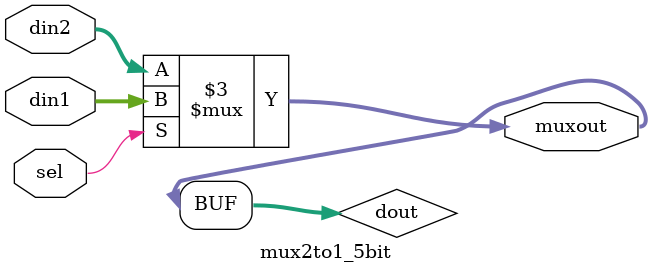
<source format=v>
`timescale 1ns / 1ps
module mux2to1_5bit(
         input  sel,
			input  [4:0] din1,
			input  [4:0] din2,
			output [4:0] muxout
    );
        reg [4:0] dout;
		  assign muxout = dout;

        always@(*)
	  	  begin 
		  if(sel)
		  dout = din1;
		  else
		  dout = din2;
		  end
		  
		  
		  


endmodule

</source>
